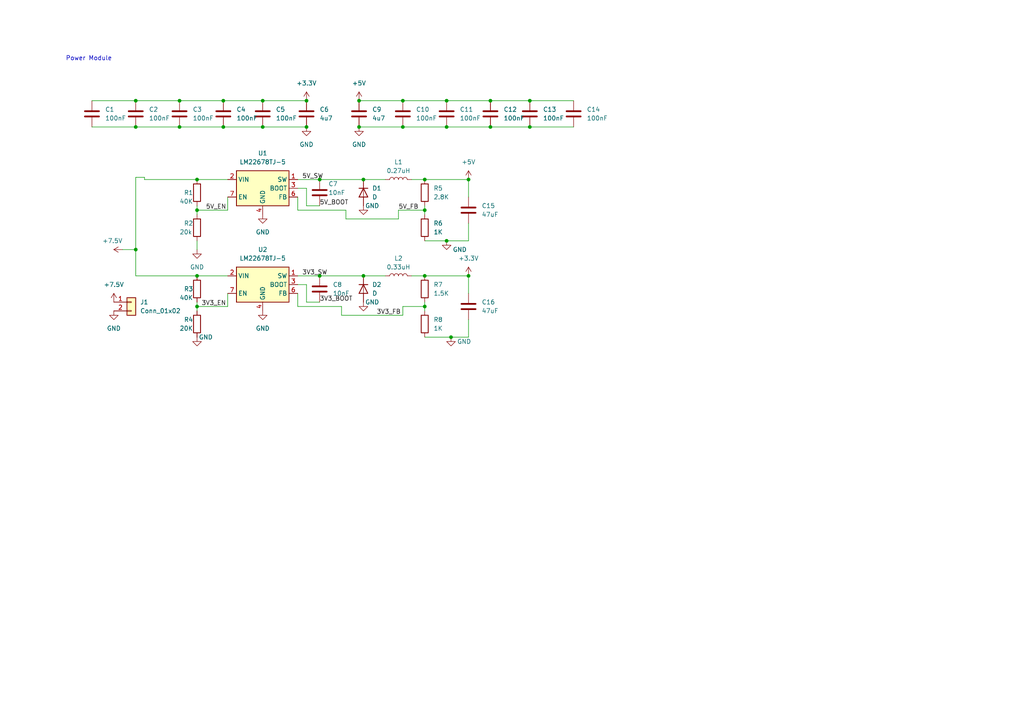
<source format=kicad_sch>
(kicad_sch (version 20230121) (generator eeschema)
  (paper "A4")
  (lib_symbols
    (symbol "Connector_Generic:Conn_01x02" (pin_names (offset 1.016) hide)
      (property "Reference" "J" (at 0 2.54 0))
      (property "Value" "Conn_01x02" (at 0 -5.08 0))
      (symbol "Conn_01x02_1_1"
        (rectangle (start -1.27 -2.413) (end 0 -2.667) (stroke (width 0.1524)))
        (rectangle (start -1.27 0.127) (end 0 -0.127) (stroke (width 0.1524)))
        (rectangle (start -1.27 1.27) (end 1.27 -3.81) (stroke (width 0.254)) (fill (type background)))
        (pin passive line (at -5.08 0 0) (length 3.81) (name "Pin_1") (number "1"))
        (pin passive line (at -5.08 -2.54 0) (length 3.81) (name "Pin_2") (number "2"))
      )
    )
    (symbol "Device:C" (pin_numbers hide) (pin_names (offset 0.254))
      (property "Reference" "C" (at 0.635 2.54 0))
      (property "Value" "C" (at 0.635 -2.54 0))
      (symbol "C_0_1"
        (polyline (pts (xy -2.032 -0.762) (xy 2.032 -0.762)) (stroke (width 0.508)))
        (polyline (pts (xy -2.032 0.762) (xy 2.032 0.762)) (stroke (width 0.508)))
      )
      (symbol "C_1_1"
        (pin passive line (at 0 3.81 270) (length 2.794) (name "~") (number "1"))
        (pin passive line (at 0 -3.81 90) (length 2.794) (name "~") (number "2"))
      )
    )
    (symbol "Device:D" (pin_numbers hide) (pin_names (offset 1.016) hide)
      (property "Reference" "D" (at 0 2.54 0))
      (property "Value" "D" (at 0 -2.54 0))
      (symbol "D_0_1"
        (polyline (pts (xy -1.27 1.27) (xy -1.27 -1.27)) (stroke (width 0.254)))
        (polyline (pts (xy 1.27 0) (xy -1.27 0)))
        (polyline (pts (xy 1.27 1.27) (xy 1.27 -1.27) (xy -1.27 0) (xy 1.27 1.27)) (stroke (width 0.254)))
      )
      (symbol "D_1_1"
        (pin passive line (at -3.81 0 0) (length 2.54) (name "K") (number "1"))
        (pin passive line (at 3.81 0 180) (length 2.54) (name "A") (number "2"))
      )
    )
    (symbol "Device:L" (pin_numbers hide) (pin_names (offset 1.016) hide)
      (property "Reference" "L" (at -1.27 0 90))
      (property "Value" "L" (at 1.905 0 90))
      (symbol "L_0_1"
        (arc (start 0 -2.54) (mid 0.6323 -1.905) (end 0 -1.27))
        (arc (start 0 -1.27) (mid 0.6323 -0.635) (end 0 0))
        (arc (start 0 0) (mid 0.6323 0.635) (end 0 1.27))
        (arc (start 0 1.27) (mid 0.6323 1.905) (end 0 2.54))
      )
      (symbol "L_1_1"
        (pin passive line (at 0 3.81 270) (length 1.27) (name "1") (number "1"))
        (pin passive line (at 0 -3.81 90) (length 1.27) (name "2") (number "2"))
      )
    )
    (symbol "Device:R" (pin_numbers hide) (pin_names (offset 0))
      (property "Reference" "R" (at 2.032 0 90))
      (property "Value" "R" (at 0 0 90))
      (symbol "R_0_1"
        (rectangle (start -1.016 -2.54) (end 1.016 2.54) (stroke (width 0.254)))
      )
      (symbol "R_1_1"
        (pin passive line (at 0 3.81 270) (length 1.27) (name "~") (number "1"))
        (pin passive line (at 0 -3.81 90) (length 1.27) (name "~") (number "2"))
      )
    )
    (symbol "Regulator_Switching:LM22678TJ-5"
      (property "Reference" "U" (at -6.35 6.35 0))
      (property "Value" "LM22678TJ-5" (at 5.08 6.35 0))
      (symbol "LM22678TJ-5_0_1"
        (rectangle (start -7.62 5.08) (end 7.62 -5.08) (stroke (width 0.254)) (fill (type background)))
      )
      (symbol "LM22678TJ-5_1_1"
        (pin power_out line (at 10.16 2.54 180) (length 2.54) (name "SW") (number "1"))
        (pin power_in line (at -10.16 2.54 0) (length 2.54) (name "VIN") (number "2"))
        (pin passive line (at 10.16 0 180) (length 2.54) (name "BOOT") (number "3"))
        (pin power_in line (at 0 -7.62 90) (length 2.54) (name "GND") (number "4"))
        (pin no_connect line (at -7.62 0 0) (length 2.54) hide (name "NC") (number "5"))
        (pin input line (at 10.16 -2.54 180) (length 2.54) (name "FB") (number "6"))
        (pin input line (at -10.16 -2.54 0) (length 2.54) (name "EN") (number "7"))
        (pin passive line (at 0 -7.62 90) (length 2.54) hide (name "GND") (number "8"))
      )
    )
    (symbol "power:+3.3V" (power) (pin_names (offset 0))
      (property "Value" "+3.3V" (at 0 3.556 0))
      (symbol "+3.3V_0_1"
        (polyline (pts (xy -0.762 1.27) (xy 0 2.54)))
        (polyline (pts (xy 0 0) (xy 0 2.54)))
        (polyline (pts (xy 0 2.54) (xy 0.762 1.27)))
      )
      (symbol "+3.3V_1_1"
        (pin power_in line (at 0 0 90) (length 0) hide (name "+3.3V") (number "1"))
      )
    )
    (symbol "power:+5V" (power) (pin_names (offset 0))
      (property "Value" "+5V" (at 0 3.556 0))
      (symbol "+5V_0_1"
        (polyline (pts (xy -0.762 1.27) (xy 0 2.54)))
        (polyline (pts (xy 0 0) (xy 0 2.54)))
        (polyline (pts (xy 0 2.54) (xy 0.762 1.27)))
      )
      (symbol "+5V_1_1"
        (pin power_in line (at 0 0 90) (length 0) hide (name "+5V") (number "1"))
      )
    )
    (symbol "power:+7.5V" (power) (pin_names (offset 0))
      (property "Value" "+7.5V" (at 0 3.556 0))
      (symbol "+7.5V_0_1"
        (polyline (pts (xy -0.762 1.27) (xy 0 2.54)))
        (polyline (pts (xy 0 0) (xy 0 2.54)))
        (polyline (pts (xy 0 2.54) (xy 0.762 1.27)))
      )
      (symbol "+7.5V_1_1"
        (pin power_in line (at 0 0 90) (length 0) hide (name "+7.5V") (number "1"))
      )
    )
    (symbol "power:GND" (power) (pin_names (offset 0))
      (property "Value" "GND" (at 0 -3.81 0))
      (symbol "GND_0_1"
        (polyline (pts (xy 0 0) (xy 0 -1.27) (xy 1.27 -1.27) (xy 0 -2.54) (xy -1.27 -1.27) (xy 0 -1.27)))
      )
      (symbol "GND_1_1"
        (pin power_in line (at 0 0 270) (length 0) hide (name "GND") (number "1"))
      )
    )
  )
  (junction (at 153.67 29.21))
  (junction (at 135.89 80.01))
  (junction (at 92.71 52.07))
  (junction (at 92.71 80.01))
  (junction (at 64.77 36.83))
  (junction (at 76.2 29.21))
  (junction (at 104.14 36.83))
  (junction (at 52.07 29.21))
  (junction (at 129.54 36.83))
  (junction (at 39.37 72.39))
  (junction (at 130.81 97.79))
  (junction (at 76.2 36.83))
  (junction (at 57.15 52.07))
  (junction (at 135.89 52.07))
  (junction (at 123.19 80.01))
  (junction (at 39.37 36.83))
  (junction (at 88.9 36.83))
  (junction (at 129.54 29.21))
  (junction (at 52.07 36.83))
  (junction (at 39.37 29.21))
  (junction (at 105.41 80.01))
  (junction (at 64.77 29.21))
  (junction (at 123.19 52.07))
  (junction (at 57.15 80.01))
  (junction (at 57.15 60.96))
  (junction (at 142.24 29.21))
  (junction (at 116.84 36.83))
  (junction (at 123.19 60.96))
  (junction (at 129.54 69.85))
  (junction (at 105.41 52.07))
  (junction (at 104.14 29.21))
  (junction (at 57.15 88.9))
  (junction (at 153.67 36.83))
  (junction (at 88.9 29.21))
  (junction (at 142.24 36.83))
  (junction (at 123.19 88.9))
  (junction (at 116.84 29.21))
  (wire (pts (xy 153.67 29.21) (xy 166.37 29.21)))
  (wire (pts (xy 76.2 29.21) (xy 88.9 29.21)))
  (wire (pts (xy 52.07 29.21) (xy 64.77 29.21)))
  (wire (pts (xy 88.9 59.69) (xy 88.9 54.61)))
  (wire (pts (xy 129.54 36.83) (xy 142.24 36.83)))
  (wire (pts (xy 142.24 29.21) (xy 153.67 29.21)))
  (wire (pts (xy 57.15 80.01) (xy 66.04 80.01)))
  (wire (pts (xy 86.36 88.9) (xy 99.06 88.9)))
  (wire (pts (xy 123.19 60.96) (xy 123.19 62.23)))
  (wire (pts (xy 57.15 88.9) (xy 57.15 90.17)))
  (wire (pts (xy 26.67 36.83) (xy 39.37 36.83)))
  (wire (pts (xy 86.36 52.07) (xy 92.71 52.07)))
  (wire (pts (xy 57.15 60.96) (xy 57.15 62.23)))
  (wire (pts (xy 123.19 88.9) (xy 123.19 90.17)))
  (wire (pts (xy 41.91 52.07) (xy 57.15 52.07)))
  (wire (pts (xy 142.24 36.83) (xy 153.67 36.83)))
  (wire (pts (xy 26.67 29.21) (xy 39.37 29.21)))
  (wire (pts (xy 123.19 80.01) (xy 135.89 80.01)))
  (wire (pts (xy 116.84 29.21) (xy 129.54 29.21)))
  (wire (pts (xy 86.36 85.09) (xy 86.36 88.9)))
  (wire (pts (xy 57.15 69.85) (xy 57.15 72.39)))
  (wire (pts (xy 57.15 88.9) (xy 66.04 88.9)))
  (wire (pts (xy 39.37 36.83) (xy 52.07 36.83)))
  (wire (pts (xy 41.91 51.435) (xy 41.91 52.07)))
  (wire (pts (xy 88.9 54.61) (xy 86.36 54.61)))
  (wire (pts (xy 39.37 72.39) (xy 39.37 80.01)))
  (wire (pts (xy 115.57 60.96) (xy 123.19 60.96)))
  (wire (pts (xy 57.15 59.69) (xy 57.15 60.96)))
  (wire (pts (xy 88.9 87.63) (xy 88.9 82.55)))
  (wire (pts (xy 66.04 60.96) (xy 66.04 57.15)))
  (wire (pts (xy 92.71 52.07) (xy 105.41 52.07)))
  (wire (pts (xy 115.57 63.5) (xy 115.57 60.96)))
  (wire (pts (xy 52.07 36.83) (xy 64.77 36.83)))
  (wire (pts (xy 123.19 52.07) (xy 135.89 52.07)))
  (wire (pts (xy 116.84 36.83) (xy 129.54 36.83)))
  (wire (pts (xy 135.89 64.77) (xy 135.89 69.85)))
  (wire (pts (xy 86.36 60.96) (xy 100.33 60.96)))
  (wire (pts (xy 64.77 36.83) (xy 76.2 36.83)))
  (wire (pts (xy 64.77 29.21) (xy 76.2 29.21)))
  (wire (pts (xy 86.36 80.01) (xy 92.71 80.01)))
  (wire (pts (xy 88.9 82.55) (xy 86.36 82.55)))
  (wire (pts (xy 135.89 92.71) (xy 135.89 97.79)))
  (wire (pts (xy 86.36 57.15) (xy 86.36 60.96)))
  (wire (pts (xy 99.06 88.9) (xy 99.06 91.44)))
  (wire (pts (xy 153.67 36.83) (xy 166.37 36.83)))
  (wire (pts (xy 130.81 97.79) (xy 135.89 97.79)))
  (wire (pts (xy 105.41 80.01) (xy 111.76 80.01)))
  (wire (pts (xy 39.37 51.435) (xy 39.37 72.39)))
  (wire (pts (xy 123.19 97.79) (xy 130.81 97.79)))
  (wire (pts (xy 104.14 29.21) (xy 116.84 29.21)))
  (wire (pts (xy 57.15 60.96) (xy 66.04 60.96)))
  (wire (pts (xy 135.89 52.07) (xy 135.89 57.15)))
  (wire (pts (xy 105.41 52.07) (xy 111.76 52.07)))
  (wire (pts (xy 92.71 87.63) (xy 88.9 87.63)))
  (wire (pts (xy 66.04 88.9) (xy 66.04 85.09)))
  (wire (pts (xy 99.06 91.44) (xy 116.84 91.44)))
  (wire (pts (xy 35.56 72.39) (xy 39.37 72.39)))
  (wire (pts (xy 129.54 29.21) (xy 142.24 29.21)))
  (wire (pts (xy 123.19 69.85) (xy 129.54 69.85)))
  (wire (pts (xy 119.38 52.07) (xy 123.19 52.07)))
  (wire (pts (xy 76.2 36.83) (xy 88.9 36.83)))
  (wire (pts (xy 123.19 87.63) (xy 123.19 88.9)))
  (wire (pts (xy 116.84 91.44) (xy 116.84 88.9)))
  (wire (pts (xy 116.84 88.9) (xy 123.19 88.9)))
  (wire (pts (xy 123.19 59.69) (xy 123.19 60.96)))
  (wire (pts (xy 100.33 60.96) (xy 100.33 63.5)))
  (wire (pts (xy 57.15 87.63) (xy 57.15 88.9)))
  (wire (pts (xy 119.38 80.01) (xy 123.19 80.01)))
  (wire (pts (xy 39.37 80.01) (xy 57.15 80.01)))
  (wire (pts (xy 57.15 52.07) (xy 66.04 52.07)))
  (wire (pts (xy 92.71 80.01) (xy 105.41 80.01)))
  (wire (pts (xy 100.33 63.5) (xy 115.57 63.5)))
  (wire (pts (xy 39.37 29.21) (xy 52.07 29.21)))
  (wire (pts (xy 39.37 51.435) (xy 41.91 51.435)))
  (wire (pts (xy 104.14 36.83) (xy 116.84 36.83)))
  (wire (pts (xy 129.54 69.85) (xy 135.89 69.85)))
  (wire (pts (xy 92.71 59.69) (xy 88.9 59.69)))
  (wire (pts (xy 135.89 80.01) (xy 135.89 85.09)))
  (text "Power Module\n" (at 19.05 17.78 0) (effects (font (size 1.27 1.27)) (justify left bottom)))
  (label "3V3_SW" (at 87.63 80.01 0))
  (label "3V3_FB" (at 109.22 91.44 0))
  (label "5V_FB" (at 115.57 60.96 0))
  (label "5V_SW" (at 87.63 52.07 0))
  (label "3V3_BOOT" (at 92.71 87.63 0))
  (label "3V3_EN" (at 58.42 88.9 0))
  (label "5V_EN" (at 59.69 60.96 0))
  (label "5V_BOOT" (at 92.71 59.69 0))
  (symbol (lib_id "power:+3.3V") (at 88.9 29.21 0) (unit 1)
    (property "Reference" "#PWR08" (effects hide))
    (property "Value" "+3.3V" (at 88.9 24.13 0))
  )
  (symbol (lib_id "Regulator_Switching:LM22678TJ-5") (at 76.2 82.55 0) (unit 1)
    (property "Reference" "U2" (at 76.2 72.39 0))
    (property "Value" "LM22678TJ-5" (at 76.2 74.93 0))
    (property "Footprint" "Package_TO_SOT_SMD:TO-263-7_TabPin8" (effects hide))
    (property "Datasheet" "https://www.ti.com/lit/ds/symlink/lm22678.pdf" (effects hide))
  )
  (symbol (lib_id "power:GND") (at 129.54 69.85 0) (unit 1)
    (property "Reference" "#PWR014" (effects hide))
    (property "Value" "GND" (at 133.35 72.39 0))
  )
  (symbol (lib_id "power:+7.5V") (at 35.56 72.39 90) (unit 1)
    (property "Reference" "#PWR03" (effects hide))
    (property "Value" "+7.5V" (at 35.56 69.85 90) (effects (justify left)))
  )
  (symbol (lib_id "Device:C") (at 92.71 83.82 0) (unit 1)
    (property "Reference" "C8" (at 96.52 82.55 0) (effects (justify left)))
    (property "Value" "10nF" (at 96.52 85.09 0) (effects (justify left)))
    (property "Footprint" "Capacitor_SMD:C_0805_2012Metric_Pad1.18x1.45mm_HandSolder" (effects hide))
  )
  (symbol (lib_id "Device:R") (at 123.19 55.88 0) (unit 1)
    (property "Reference" "R5" (at 125.73 54.61 0) (effects (justify left)))
    (property "Value" "2.8K" (at 125.73 57.15 0) (effects (justify left)))
    (property "Footprint" "Resistor_SMD:R_0805_2012Metric_Pad1.20x1.40mm_HandSolder" (effects hide))
  )
  (symbol (lib_id "power:GND") (at 88.9 36.83 0) (unit 1)
    (property "Reference" "#PWR09" (effects hide))
    (property "Value" "GND" (at 88.9 41.91 0))
  )
  (symbol (lib_id "power:+3.3V") (at 135.89 80.01 0) (unit 1)
    (property "Reference" "#PWR017" (effects hide))
    (property "Value" "+3.3V" (at 135.89 74.93 0))
  )
  (symbol (lib_id "power:GND") (at 57.15 97.79 0) (unit 1)
    (property "Reference" "#PWR05" (effects hide))
    (property "Value" "GND" (at 59.69 97.79 0))
  )
  (symbol (lib_id "power:GND") (at 76.2 62.23 0) (unit 1)
    (property "Reference" "#PWR06" (effects hide))
    (property "Value" "GND" (at 76.2 67.31 0))
  )
  (symbol (lib_id "power:+7.5V") (at 33.02 87.63 0) (unit 1)
    (property "Reference" "#PWR01" (effects hide))
    (property "Value" "+7.5V" (at 33.02 82.55 0))
  )
  (symbol (lib_id "Device:C") (at 76.2 33.02 0) (unit 1)
    (property "Reference" "C5" (at 80.01 31.75 0) (effects (justify left)))
    (property "Value" "100nF" (at 80.01 34.29 0) (effects (justify left)))
    (property "Footprint" "Capacitor_SMD:C_0805_2012Metric_Pad1.18x1.45mm_HandSolder" (effects hide))
  )
  (symbol (lib_id "Device:C") (at 153.67 33.02 0) (unit 1)
    (property "Reference" "C13" (at 157.48 31.75 0) (effects (justify left)))
    (property "Value" "100nF" (at 157.48 34.29 0) (effects (justify left)))
    (property "Footprint" "Capacitor_SMD:C_0805_2012Metric_Pad1.18x1.45mm_HandSolder" (effects hide))
  )
  (symbol (lib_id "power:+5V") (at 135.89 52.07 0) (unit 1)
    (property "Reference" "#PWR016" (effects hide))
    (property "Value" "+5V" (at 135.89 46.99 0))
  )
  (symbol (lib_id "Device:D") (at 105.41 83.82 90) (mirror x) (unit 1)
    (property "Reference" "D2" (at 107.95 82.55 90) (effects (justify right)))
    (property "Value" "D" (at 107.95 85.09 90) (effects (justify right)))
    (property "Footprint" "Diode_SMD:D_1210_3225Metric_Pad1.42x2.65mm_HandSolder" (effects hide))
    (property "Sim.Device" "D" (effects hide))
    (property "Sim.Pins" "1=K 2=A" (effects hide))
  )
  (symbol (lib_id "Connector_Generic:Conn_01x02") (at 38.1 87.63 0) (unit 1)
    (property "Reference" "J1" (at 40.64 87.63 0) (effects (justify left)))
    (property "Value" "Conn_01x02" (at 40.64 90.17 0) (effects (justify left)))
    (property "Footprint" "Connector_AMASS:AMASS_XT60-M_1x02_P7.20mm_Vertical" (effects hide))
  )
  (symbol (lib_id "Device:R") (at 123.19 93.98 0) (unit 1)
    (property "Reference" "R8" (at 125.73 92.71 0) (effects (justify left)))
    (property "Value" "1K" (at 125.73 95.25 0) (effects (justify left)))
    (property "Footprint" "Resistor_SMD:R_0805_2012Metric_Pad1.20x1.40mm_HandSolder" (effects hide))
  )
  (symbol (lib_id "Device:L") (at 115.57 52.07 90) (unit 1)
    (property "Reference" "L1" (at 115.57 46.99 90))
    (property "Value" "0.27uH" (at 115.57 49.53 90))
    (property "Footprint" "Inductor_SMD:L_1210_3225Metric" (effects hide))
    (property "Datasheet" "or 12uH" (effects hide))
  )
  (symbol (lib_id "power:GND") (at 76.2 90.17 0) (unit 1)
    (property "Reference" "#PWR07" (effects hide))
    (property "Value" "GND" (at 76.2 95.25 0))
  )
  (symbol (lib_id "Device:C") (at 135.89 88.9 0) (unit 1)
    (property "Reference" "C16" (at 139.7 87.63 0) (effects (justify left)))
    (property "Value" "47uF" (at 139.7 90.17 0) (effects (justify left)))
    (property "Footprint" "Capacitor_SMD:C_0805_2012Metric_Pad1.18x1.45mm_HandSolder" (effects hide))
  )
  (symbol (lib_id "power:GND") (at 105.41 87.63 0) (unit 1)
    (property "Reference" "#PWR013" (effects hide))
    (property "Value" "GND" (at 107.95 87.63 0))
  )
  (symbol (lib_id "power:GND") (at 57.15 72.39 0) (unit 1)
    (property "Reference" "#PWR04" (effects hide))
    (property "Value" "GND" (at 57.15 77.47 0))
  )
  (symbol (lib_id "Device:C") (at 116.84 33.02 0) (unit 1)
    (property "Reference" "C10" (at 120.65 31.75 0) (effects (justify left)))
    (property "Value" "100nF" (at 120.65 34.29 0) (effects (justify left)))
    (property "Footprint" "Capacitor_SMD:C_0805_2012Metric_Pad1.18x1.45mm_HandSolder" (effects hide))
  )
  (symbol (lib_id "Device:C") (at 135.89 60.96 0) (unit 1)
    (property "Reference" "C15" (at 139.7 59.69 0) (effects (justify left)))
    (property "Value" "47uF" (at 139.7 62.23 0) (effects (justify left)))
    (property "Footprint" "Capacitor_SMD:C_0805_2012Metric_Pad1.18x1.45mm_HandSolder" (effects hide))
  )
  (symbol (lib_id "Device:C") (at 39.37 33.02 0) (unit 1)
    (property "Reference" "C2" (at 43.18 31.75 0) (effects (justify left)))
    (property "Value" "100nF" (at 43.18 34.29 0) (effects (justify left)))
    (property "Footprint" "Capacitor_SMD:C_0805_2012Metric_Pad1.18x1.45mm_HandSolder" (effects hide))
  )
  (symbol (lib_id "Device:R") (at 57.15 83.82 0) (unit 1)
    (property "Reference" "R3" (at 53.34 83.82 0) (effects (justify left)))
    (property "Value" "40K" (at 52.07 86.36 0) (effects (justify left)))
    (property "Footprint" "Resistor_SMD:R_0805_2012Metric_Pad1.20x1.40mm_HandSolder" (effects hide))
  )
  (symbol (lib_id "Device:R") (at 57.15 66.04 0) (unit 1)
    (property "Reference" "R2" (at 53.34 64.77 0) (effects (justify left)))
    (property "Value" "20k" (at 52.07 67.31 0) (effects (justify left)))
    (property "Footprint" "Resistor_SMD:R_0805_2012Metric_Pad1.20x1.40mm_HandSolder" (effects hide))
  )
  (symbol (lib_id "power:GND") (at 105.41 59.69 0) (unit 1)
    (property "Reference" "#PWR012" (effects hide))
    (property "Value" "GND" (at 107.95 59.69 0))
  )
  (symbol (lib_id "Device:C") (at 64.77 33.02 0) (unit 1)
    (property "Reference" "C4" (at 68.58 31.75 0) (effects (justify left)))
    (property "Value" "100nF" (at 68.58 34.29 0) (effects (justify left)))
    (property "Footprint" "Capacitor_SMD:C_0805_2012Metric_Pad1.18x1.45mm_HandSolder" (effects hide))
  )
  (symbol (lib_id "Device:R") (at 57.15 55.88 0) (unit 1)
    (property "Reference" "R1" (at 53.34 55.88 0) (effects (justify left)))
    (property "Value" "40K" (at 52.07 58.42 0) (effects (justify left)))
    (property "Footprint" "Resistor_SMD:R_0805_2012Metric_Pad1.20x1.40mm_HandSolder" (effects hide))
  )
  (symbol (lib_id "Device:C") (at 52.07 33.02 0) (unit 1)
    (property "Reference" "C3" (at 55.88 31.75 0) (effects (justify left)))
    (property "Value" "100nF" (at 55.88 34.29 0) (effects (justify left)))
    (property "Footprint" "Capacitor_SMD:C_0805_2012Metric_Pad1.18x1.45mm_HandSolder" (effects hide))
  )
  (symbol (lib_id "Device:C") (at 88.9 33.02 0) (unit 1)
    (property "Reference" "C6" (at 92.71 31.75 0) (effects (justify left)))
    (property "Value" "4u7" (at 92.71 34.29 0) (effects (justify left)))
    (property "Footprint" "Capacitor_SMD:C_0805_2012Metric_Pad1.18x1.45mm_HandSolder" (effects hide))
  )
  (symbol (lib_id "Device:L") (at 115.57 80.01 90) (unit 1)
    (property "Reference" "L2" (at 115.57 74.93 90))
    (property "Value" "0.33uH" (at 115.57 77.47 90))
    (property "Footprint" "Inductor_SMD:L_1210_3225Metric" (effects hide))
    (property "Datasheet" "or 10uH" (effects hide))
  )
  (symbol (lib_id "power:GND") (at 33.02 90.17 0) (unit 1)
    (property "Reference" "#PWR02" (effects hide))
    (property "Value" "GND" (at 33.02 95.25 0))
  )
  (symbol (lib_id "Device:C") (at 26.67 33.02 0) (unit 1)
    (property "Reference" "C1" (at 30.48 31.75 0) (effects (justify left)))
    (property "Value" "100nF" (at 30.48 34.29 0) (effects (justify left)))
    (property "Footprint" "Capacitor_SMD:C_0805_2012Metric_Pad1.18x1.45mm_HandSolder" (effects hide))
  )
  (symbol (lib_id "Regulator_Switching:LM22678TJ-5") (at 76.2 54.61 0) (unit 1)
    (property "Reference" "U1" (at 76.2 44.45 0))
    (property "Value" "LM22678TJ-5" (at 76.2 46.99 0))
    (property "Footprint" "Package_TO_SOT_SMD:TO-263-7_TabPin8" (effects hide))
    (property "Datasheet" "https://www.ti.com/lit/ds/symlink/lm22678.pdf" (effects hide))
  )
  (symbol (lib_id "Device:C") (at 142.24 33.02 0) (unit 1)
    (property "Reference" "C12" (at 146.05 31.75 0) (effects (justify left)))
    (property "Value" "100nF" (at 146.05 34.29 0) (effects (justify left)))
    (property "Footprint" "Capacitor_SMD:C_0805_2012Metric_Pad1.18x1.45mm_HandSolder" (effects hide))
  )
  (symbol (lib_id "Device:C") (at 129.54 33.02 0) (unit 1)
    (property "Reference" "C11" (at 133.35 31.75 0) (effects (justify left)))
    (property "Value" "100nF" (at 133.35 34.29 0) (effects (justify left)))
    (property "Footprint" "Capacitor_SMD:C_0805_2012Metric_Pad1.18x1.45mm_HandSolder" (effects hide))
  )
  (symbol (lib_id "power:GND") (at 130.81 97.79 0) (unit 1)
    (property "Reference" "#PWR015" (effects hide))
    (property "Value" "GND" (at 134.62 99.06 0))
  )
  (symbol (lib_id "Device:C") (at 166.37 33.02 0) (unit 1)
    (property "Reference" "C14" (at 170.18 31.75 0) (effects (justify left)))
    (property "Value" "100nF" (at 170.18 34.29 0) (effects (justify left)))
    (property "Footprint" "Capacitor_SMD:C_0805_2012Metric_Pad1.18x1.45mm_HandSolder" (effects hide))
  )
  (symbol (lib_id "Device:R") (at 57.15 93.98 0) (unit 1)
    (property "Reference" "R4" (at 53.34 92.71 0) (effects (justify left)))
    (property "Value" "20K" (at 52.07 95.25 0) (effects (justify left)))
    (property "Footprint" "Resistor_SMD:R_0805_2012Metric_Pad1.20x1.40mm_HandSolder" (effects hide))
  )
  (symbol (lib_id "Device:R") (at 123.19 66.04 0) (unit 1)
    (property "Reference" "R6" (at 125.73 64.77 0) (effects (justify left)))
    (property "Value" "1K" (at 125.73 67.31 0) (effects (justify left)))
    (property "Footprint" "Resistor_SMD:R_0805_2012Metric_Pad1.20x1.40mm_HandSolder" (effects hide))
  )
  (symbol (lib_id "power:GND") (at 104.14 36.83 0) (unit 1)
    (property "Reference" "#PWR011" (effects hide))
    (property "Value" "GND" (at 104.14 41.91 0))
  )
  (symbol (lib_id "Device:D") (at 105.41 55.88 90) (mirror x) (unit 1)
    (property "Reference" "D1" (at 107.95 54.61 90) (effects (justify right)))
    (property "Value" "D" (at 107.95 57.15 90) (effects (justify right)))
    (property "Footprint" "Diode_SMD:D_1210_3225Metric_Pad1.42x2.65mm_HandSolder" (effects hide))
    (property "Sim.Device" "D" (effects hide))
    (property "Sim.Pins" "1=K 2=A" (effects hide))
  )
  (symbol (lib_id "Device:R") (at 123.19 83.82 0) (unit 1)
    (property "Reference" "R7" (at 125.73 82.55 0) (effects (justify left)))
    (property "Value" "1.5K" (at 125.73 85.09 0) (effects (justify left)))
    (property "Footprint" "Resistor_SMD:R_0805_2012Metric_Pad1.20x1.40mm_HandSolder" (effects hide))
  )
  (symbol (lib_id "power:+5V") (at 104.14 29.21 0) (unit 1)
    (property "Reference" "#PWR010" (effects hide))
    (property "Value" "+5V" (at 104.14 24.13 0))
  )
  (symbol (lib_id "Device:C") (at 104.14 33.02 0) (unit 1)
    (property "Reference" "C9" (at 107.95 31.75 0) (effects (justify left)))
    (property "Value" "4u7" (at 107.95 34.29 0) (effects (justify left)))
    (property "Footprint" "Capacitor_SMD:C_0805_2012Metric_Pad1.18x1.45mm_HandSolder" (effects hide))
  )
  (symbol (lib_id "Device:C") (at 92.71 55.88 0) (unit 1)
    (property "Reference" "C7" (at 95.25 53.34 0) (effects (justify left)))
    (property "Value" "10nF" (at 95.25 55.88 0) (effects (justify left)))
    (property "Footprint" "Capacitor_SMD:C_0805_2012Metric_Pad1.18x1.45mm_HandSolder" (effects hide))
  )
)
</source>
